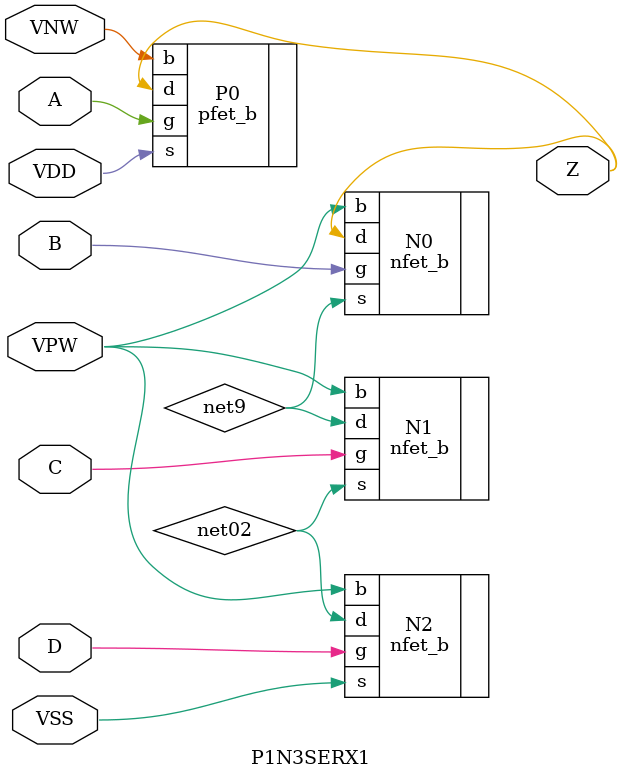
<source format=v>
`timescale 1ns / 1ns 

module P1N3SERX1 ( Z, VDD, VNW, VPW, VSS, A, B, C, D );

output  Z;

inout  VDD, VNW, VPW, VSS;

input  A, B, C, D;


specify 
    specparam CDS_LIBNAME  = "rail12lp";
    specparam CDS_CELLNAME = "P1N3SERX1";
    specparam CDS_VIEWNAME = "schematic";
endspecify

pfet_b  P0 ( .b(VNW), .s(VDD), .g(A), .d(Z));
nfet_b  N2 ( .b(VPW), .s(VSS), .g(D), .d(net02));
nfet_b  N1 ( .b(VPW), .s(net02), .g(C), .d(net9));
nfet_b  N0 ( .b(VPW), .s(net9), .g(B), .d(Z));

endmodule

</source>
